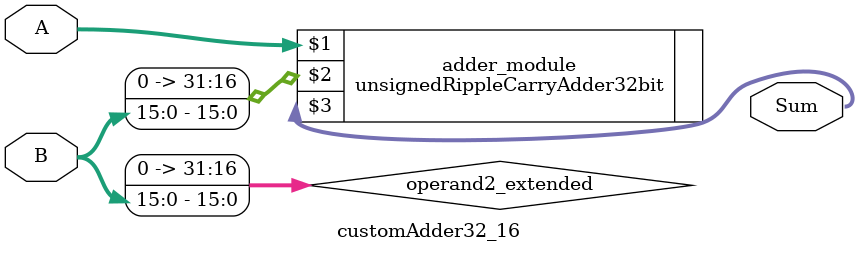
<source format=v>

module customAdder32_16(
                    input [31 : 0] A,
                    input [15 : 0] B,
                    
                    output [32 : 0] Sum
            );

    wire [31 : 0] operand2_extended;
    
    assign operand2_extended =  {16'b0, B};
    
    unsignedRippleCarryAdder32bit adder_module(
        A,
        operand2_extended,
        Sum
    );
    
endmodule
        
</source>
